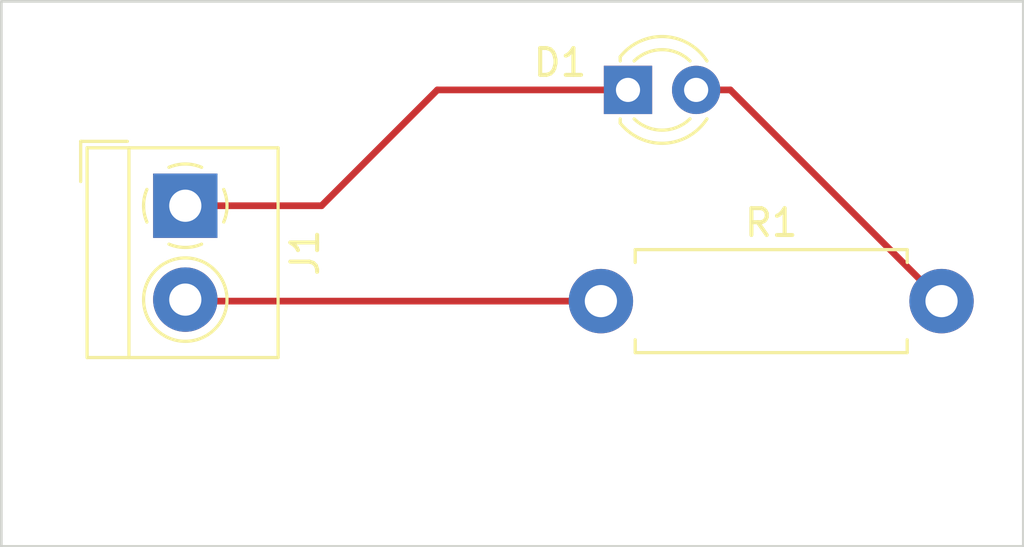
<source format=kicad_pcb>
(kicad_pcb (version 20221018) (generator pcbnew)
  (layers (0 "F.Cu" signal) (31 "B.Cu" signal) (34 "B.Paste" user) (35 "F.Paste" user) (36 "B.SilkS" user "B.Silkscreen") (37 "F.SilkS" user "F.Silkscreen") (38 "B.Mask" user) (39 "F.Mask" user) (44 "Edge.Cuts" user))
  (net 0 "")
  (net 1 "Net-(D1-K)")
  (net 2 "Net-(D1-A)")
  (net 3 "Net-(J1-Pin_2)")
  (footprint "Resistor_THT:R_Axial_DIN0411_L9.9mm_D3.6mm_P12.70mm_Horizontal" (layer "F.Cu") (at 86.106 66.802)
    (fp_text reference "R1" (at 6.35 -2.92) (layer "F.SilkS"))
    (fp_text value "R")
    (fp_line (start 1.28 -1.92) (end 11.42 -1.92) (stroke (width 0.12)) (layer "F.SilkS"))
    (fp_line (start 1.28 -1.44) (end 1.28 -1.92) (stroke (width 0.12)) (layer "F.SilkS"))
    (fp_line (start 1.28 1.44) (end 1.28 1.92) (stroke (width 0.12)) (layer "F.SilkS"))
    (fp_line (start 1.28 1.92) (end 11.42 1.92) (stroke (width 0.12)) (layer "F.SilkS"))
    (fp_line (start 11.42 -1.92) (end 11.42 -1.44) (stroke (width 0.12)) (layer "F.SilkS"))
    (fp_line (start 11.42 1.92) (end 11.42 1.44) (stroke (width 0.12)) (layer "F.SilkS"))
    (pad "1" thru_hole circle (at 0 0) (size 2.4 2.4) (drill 1.2) (layers "*.Cu" "*.Mask") (net 3 "Net-(J1-Pin_2)"))
    (pad "2" thru_hole oval (at 12.7 0) (size 2.4 2.4) (drill 1.2) (layers "*.Cu" "*.Mask") (net 2 "Net-(D1-A)"))
  )
  (footprint "LED_THT:LED_D3.0mm" (layer "F.Cu") (at 87.117 58.928)
    (fp_text reference "D1" (at -2.535 -1.016) (layer "F.SilkS"))
    (fp_text value "LED")
    (fp_line (start -0.29 -1.236) (end -0.29 -1.08) (stroke (width 0.12)) (layer "F.SilkS"))
    (fp_line (start -0.29 1.08) (end -0.29 1.236) (stroke (width 0.12)) (layer "F.SilkS"))
    (fp_arc (start -0.29 -1.235516) (mid 1.366487 -1.987659) (end 2.942335 -1.078608) (stroke (width 0.12)) (layer "F.SilkS"))
    (fp_arc (start 0.229039 -1.08) (mid 1.270117 -1.5) (end 2.31113 -1.079837) (stroke (width 0.12)) (layer "F.SilkS"))
    (fp_arc (start 2.31113 1.079837) (mid 1.270117 1.5) (end 0.229039 1.08) (stroke (width 0.12)) (layer "F.SilkS"))
    (fp_arc (start 2.942335 1.078608) (mid 1.366487 1.987659) (end -0.29 1.235516) (stroke (width 0.12)) (layer "F.SilkS"))
    (pad "1" thru_hole rect (at 0 0) (size 1.8 1.8) (drill 0.9) (layers "*.Cu" "*.Mask") (net 1 "Net-(D1-K)"))
    (pad "2" thru_hole circle (at 2.54 0) (size 1.8 1.8) (drill 0.9) (layers "*.Cu" "*.Mask") (net 2 "Net-(D1-A)"))
  )
  (footprint "TerminalBlock_4Ucon:TerminalBlock_4Ucon_1x02_P3.50mm_Horizontal" (layer "F.Cu") (at 70.612 63.246 -90)
    (fp_text reference "J1" (at 1.75 -4.46 90) (layer "F.SilkS"))
    (fp_text value "Screw_Terminal_01x02")
    (fp_line (start -2.4 2.16) (end -2.4 3.9) (stroke (width 0.12)) (layer "F.SilkS"))
    (fp_line (start -2.4 3.9) (end -0.9 3.9) (stroke (width 0.12)) (layer "F.SilkS"))
    (fp_line (start -2.16 -3.46) (end -2.16 3.66) (stroke (width 0.12)) (layer "F.SilkS"))
    (fp_line (start -2.16 -3.46) (end 5.66 -3.46) (stroke (width 0.12)) (layer "F.SilkS"))
    (fp_line (start -2.16 2.1) (end 5.66 2.1) (stroke (width 0.12)) (layer "F.SilkS"))
    (fp_line (start -2.16 3.66) (end 5.66 3.66) (stroke (width 0.12)) (layer "F.SilkS"))
    (fp_line (start 5.66 -3.46) (end 5.66 3.66) (stroke (width 0.12)) (layer "F.SilkS"))
    (fp_arc (start -1.432109 0.607742) (mid -1.555727 -0.00014) (end -1.432 -0.608) (stroke (width 0.12)) (layer "F.SilkS"))
    (fp_arc (start -0.607742 -1.432109) (mid 0.00014 -1.555727) (end 0.608 -1.432) (stroke (width 0.12)) (layer "F.SilkS"))
    (fp_arc (start 0.027011 1.555493) (mid -0.296984 1.527118) (end -0.608 1.432) (stroke (width 0.12)) (layer "F.SilkS"))
    (fp_arc (start 0.607587 1.431385) (mid 0.310017 1.523783) (end 0 1.555) (stroke (width 0.12)) (layer "F.SilkS"))
    (fp_arc (start 1.432109 -0.607742) (mid 1.555727 0.00014) (end 1.432 0.608) (stroke (width 0.12)) (layer "F.SilkS"))
    (fp_circle (center 3.5 0) (end 5.055 0) (stroke (width 0.12)) (fill none) (layer "F.SilkS"))
    (pad "1" thru_hole rect (at 0 0 270) (size 2.4 2.4) (drill 1.2) (layers "*.Cu" "*.Mask") (net 1 "Net-(D1-K)"))
    (pad "2" thru_hole circle (at 3.5 0 270) (size 2.4 2.4) (drill 1.2) (layers "*.Cu" "*.Mask") (net 3 "Net-(J1-Pin_2)"))
  )
  (gr_rect (start 63.754 55.626) (end 101.854 75.946) (stroke (width 0.1)) (fill none) (layer "Edge.Cuts"))
  (segment (start 75.692 63.246) (end 70.612 63.246) (width 0.25) (layer "F.Cu") (net 1))
  (segment (start 87.117 58.928) (end 80.01 58.928) (width 0.25) (layer "F.Cu") (net 1))
  (segment (start 80.01 58.928) (end 75.692 63.246) (width 0.25) (layer "F.Cu") (net 1))
  (segment (start 89.657 58.928) (end 90.932 58.928) (width 0.25) (layer "F.Cu") (net 2))
  (segment (start 90.932 58.928) (end 98.806 66.802) (width 0.25) (layer "F.Cu") (net 2))
  (segment (start 86.106 66.802) (end 70.668 66.802) (width 0.25) (layer "F.Cu") (net 3))
  (segment (start 70.668 66.802) (end 70.612 66.746) (width 0.25) (layer "F.Cu") (net 3))
)
</source>
